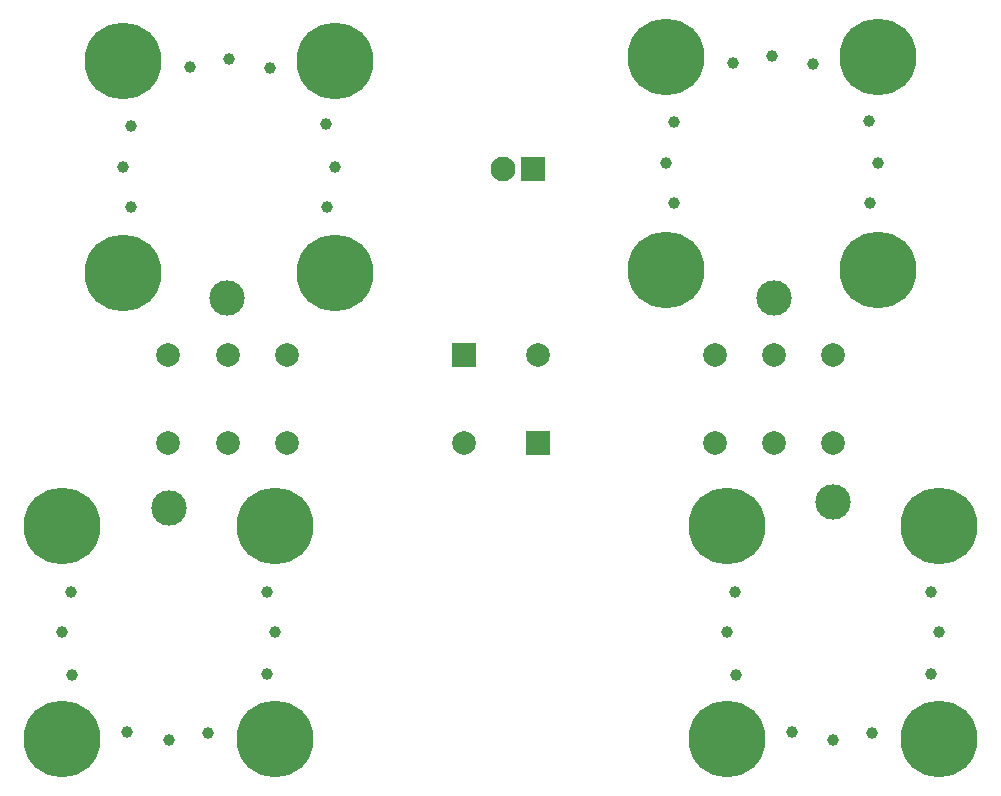
<source format=gbr>
%TF.GenerationSoftware,KiCad,Pcbnew,9.0.2-9.0.2-0~ubuntu24.04.1*%
%TF.CreationDate,2025-07-07T13:30:36-04:00*%
%TF.ProjectId,Transfer_G2RL,5472616e-7366-4657-925f-4732524c2e6b,rev?*%
%TF.SameCoordinates,Original*%
%TF.FileFunction,Soldermask,Bot*%
%TF.FilePolarity,Negative*%
%FSLAX46Y46*%
G04 Gerber Fmt 4.6, Leading zero omitted, Abs format (unit mm)*
G04 Created by KiCad (PCBNEW 9.0.2-9.0.2-0~ubuntu24.04.1) date 2025-07-07 13:30:36*
%MOMM*%
%LPD*%
G01*
G04 APERTURE LIST*
G04 Aperture macros list*
%AMRoundRect*
0 Rectangle with rounded corners*
0 $1 Rounding radius*
0 $2 $3 $4 $5 $6 $7 $8 $9 X,Y pos of 4 corners*
0 Add a 4 corners polygon primitive as box body*
4,1,4,$2,$3,$4,$5,$6,$7,$8,$9,$2,$3,0*
0 Add four circle primitives for the rounded corners*
1,1,$1+$1,$2,$3*
1,1,$1+$1,$4,$5*
1,1,$1+$1,$6,$7*
1,1,$1+$1,$8,$9*
0 Add four rect primitives between the rounded corners*
20,1,$1+$1,$2,$3,$4,$5,0*
20,1,$1+$1,$4,$5,$6,$7,0*
20,1,$1+$1,$6,$7,$8,$9,0*
20,1,$1+$1,$8,$9,$2,$3,0*%
G04 Aperture macros list end*
%ADD10C,2.000000*%
%ADD11R,2.000000X2.000000*%
%ADD12C,6.500000*%
%ADD13C,1.000000*%
%ADD14C,3.000000*%
%ADD15RoundRect,0.250001X0.799999X0.799999X-0.799999X0.799999X-0.799999X-0.799999X0.799999X-0.799999X0*%
%ADD16C,2.100000*%
G04 APERTURE END LIST*
D10*
%TO.C,K3*%
X114060000Y-96250000D03*
X114060000Y-103750000D03*
X119060000Y-96250000D03*
X119060000Y-103750000D03*
X109060000Y-96250000D03*
X109060000Y-103750000D03*
D11*
X134060000Y-96250000D03*
D10*
X134060000Y-103750000D03*
%TD*%
D12*
%TO.C,J8*%
X105185818Y-89343989D03*
D13*
X105185818Y-80343989D03*
D12*
X105185818Y-71343989D03*
D13*
X105885818Y-83743989D03*
X105885818Y-76843989D03*
X110885818Y-71843989D03*
X114185818Y-71243989D03*
X117685818Y-71943989D03*
X122385818Y-76743989D03*
X122485818Y-83743989D03*
D12*
X123185818Y-89343989D03*
D13*
X123185818Y-80343989D03*
D12*
X123185818Y-71343989D03*
%TD*%
D10*
%TO.C,K2*%
X160350000Y-103750000D03*
X160350000Y-96250000D03*
X155350000Y-103750000D03*
X155350000Y-96250000D03*
X165350000Y-103750000D03*
X165350000Y-96250000D03*
D11*
X140350000Y-103750000D03*
D10*
X140350000Y-96250000D03*
%TD*%
D14*
%TO.C,H1*%
X165328600Y-108712000D03*
%TD*%
D12*
%TO.C,J5*%
X151159818Y-89039189D03*
D13*
X151159818Y-80039189D03*
D12*
X151159818Y-71039189D03*
D13*
X151859818Y-83439189D03*
X151859818Y-76539189D03*
X156859818Y-71539189D03*
X160159818Y-70939189D03*
X163659818Y-71639189D03*
X168359818Y-76439189D03*
X168459818Y-83439189D03*
D12*
X169159818Y-89039189D03*
D13*
X169159818Y-80039189D03*
D12*
X169159818Y-71039189D03*
%TD*%
D14*
%TO.C,H4*%
X160300000Y-91440000D03*
%TD*%
%TO.C,H3*%
X109067600Y-109220000D03*
%TD*%
%TO.C,H2*%
X114046000Y-91440000D03*
%TD*%
D15*
%TO.C,J1*%
X139920000Y-80520000D03*
D16*
X137380000Y-80520000D03*
%TD*%
D12*
%TO.C,J6*%
X174328600Y-110751139D03*
D13*
X174328600Y-119751139D03*
D12*
X174328600Y-128751139D03*
D13*
X173628600Y-116351139D03*
X173628600Y-123251139D03*
X168628600Y-128251139D03*
X165328600Y-128851139D03*
X161828600Y-128151139D03*
X157128600Y-123351139D03*
X157028600Y-116351139D03*
D12*
X156328600Y-110751139D03*
D13*
X156328600Y-119751139D03*
D12*
X156328600Y-128751139D03*
%TD*%
%TO.C,J7*%
X118067600Y-110751139D03*
D13*
X118067600Y-119751139D03*
D12*
X118067600Y-128751139D03*
D13*
X117367600Y-116351139D03*
X117367600Y-123251139D03*
X112367600Y-128251139D03*
X109067600Y-128851139D03*
X105567600Y-128151139D03*
X100867600Y-123351139D03*
X100767600Y-116351139D03*
D12*
X100067600Y-110751139D03*
D13*
X100067600Y-119751139D03*
D12*
X100067600Y-128751139D03*
%TD*%
M02*

</source>
